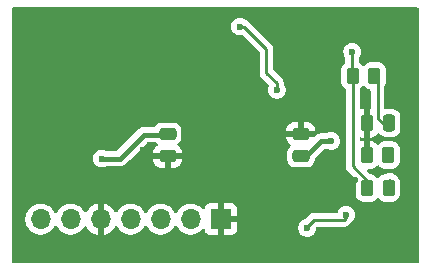
<source format=gbr>
%TF.GenerationSoftware,KiCad,Pcbnew,9.0.0*%
%TF.CreationDate,2025-04-24T23:16:58+03:00*%
%TF.ProjectId,Modular_Filter_kicad,4d6f6475-6c61-4725-9f46-696c7465725f,rev?*%
%TF.SameCoordinates,Original*%
%TF.FileFunction,Copper,L2,Bot*%
%TF.FilePolarity,Positive*%
%FSLAX46Y46*%
G04 Gerber Fmt 4.6, Leading zero omitted, Abs format (unit mm)*
G04 Created by KiCad (PCBNEW 9.0.0) date 2025-04-24 23:16:58*
%MOMM*%
%LPD*%
G01*
G04 APERTURE LIST*
G04 Aperture macros list*
%AMRoundRect*
0 Rectangle with rounded corners*
0 $1 Rounding radius*
0 $2 $3 $4 $5 $6 $7 $8 $9 X,Y pos of 4 corners*
0 Add a 4 corners polygon primitive as box body*
4,1,4,$2,$3,$4,$5,$6,$7,$8,$9,$2,$3,0*
0 Add four circle primitives for the rounded corners*
1,1,$1+$1,$2,$3*
1,1,$1+$1,$4,$5*
1,1,$1+$1,$6,$7*
1,1,$1+$1,$8,$9*
0 Add four rect primitives between the rounded corners*
20,1,$1+$1,$2,$3,$4,$5,0*
20,1,$1+$1,$4,$5,$6,$7,0*
20,1,$1+$1,$6,$7,$8,$9,0*
20,1,$1+$1,$8,$9,$2,$3,0*%
G04 Aperture macros list end*
%TA.AperFunction,ComponentPad*%
%ADD10R,1.700000X1.700000*%
%TD*%
%TA.AperFunction,ComponentPad*%
%ADD11O,1.700000X1.700000*%
%TD*%
%TA.AperFunction,SMDPad,CuDef*%
%ADD12RoundRect,0.250000X-0.262500X-0.450000X0.262500X-0.450000X0.262500X0.450000X-0.262500X0.450000X0*%
%TD*%
%TA.AperFunction,SMDPad,CuDef*%
%ADD13RoundRect,0.250000X0.475000X-0.250000X0.475000X0.250000X-0.475000X0.250000X-0.475000X-0.250000X0*%
%TD*%
%TA.AperFunction,SMDPad,CuDef*%
%ADD14RoundRect,0.250000X0.250000X0.475000X-0.250000X0.475000X-0.250000X-0.475000X0.250000X-0.475000X0*%
%TD*%
%TA.AperFunction,SMDPad,CuDef*%
%ADD15RoundRect,0.250000X-0.475000X0.250000X-0.475000X-0.250000X0.475000X-0.250000X0.475000X0.250000X0*%
%TD*%
%TA.AperFunction,SMDPad,CuDef*%
%ADD16RoundRect,0.250000X0.262500X0.450000X-0.262500X0.450000X-0.262500X-0.450000X0.262500X-0.450000X0*%
%TD*%
%TA.AperFunction,ViaPad*%
%ADD17C,0.600000*%
%TD*%
%TA.AperFunction,Conductor*%
%ADD18C,0.250000*%
%TD*%
%TA.AperFunction,Conductor*%
%ADD19C,0.400000*%
%TD*%
G04 APERTURE END LIST*
D10*
%TO.P,J1,1,Pin_1*%
%TO.N,AGND*%
X97078800Y-111760000D03*
D11*
%TO.P,J1,2,Pin_2*%
%TO.N,/E_OUT*%
X94538800Y-111760000D03*
%TO.P,J1,3,Pin_3*%
%TO.N,AVDD*%
X91998800Y-111760000D03*
%TO.P,J1,4,Pin_4*%
%TO.N,AVSS*%
X89458800Y-111760000D03*
%TO.P,J1,5,Pin_5*%
%TO.N,AGND*%
X86918800Y-111760000D03*
%TO.P,J1,6,Pin_6*%
%TO.N,/E+*%
X84378800Y-111760000D03*
%TO.P,J1,7,Pin_7*%
%TO.N,/E-*%
X81838800Y-111760000D03*
%TD*%
D12*
%TO.P,R17,1*%
%TO.N,/LP_1st_branch*%
X108256700Y-99618800D03*
%TO.P,R17,2*%
%TO.N,Net-(U4D-+)*%
X110081700Y-99618800D03*
%TD*%
D13*
%TO.P,C17,1*%
%TO.N,AGND*%
X92583000Y-106426000D03*
%TO.P,C17,2*%
%TO.N,AVSS*%
X92583000Y-104526000D03*
%TD*%
D14*
%TO.P,C11,1*%
%TO.N,Net-(U4D-+)*%
X111338400Y-103632000D03*
%TO.P,C11,2*%
%TO.N,AGND*%
X109438400Y-103632000D03*
%TD*%
D15*
%TO.P,C16,1*%
%TO.N,AGND*%
X103860600Y-104510800D03*
%TO.P,C16,2*%
%TO.N,AVDD*%
X103860600Y-106410800D03*
%TD*%
D16*
%TO.P,R14,1*%
%TO.N,Net-(U4C-+)*%
X111275500Y-106324400D03*
%TO.P,R14,2*%
%TO.N,AGND*%
X109450500Y-106324400D03*
%TD*%
%TO.P,R16,1*%
%TO.N,/HP_Out*%
X111300900Y-109118400D03*
%TO.P,R16,2*%
%TO.N,/LP_1st_branch*%
X109475900Y-109118400D03*
%TD*%
D17*
%TO.N,/First T*%
X98702500Y-95453200D03*
X101828600Y-100802400D03*
%TO.N,Net-(U4C-+)*%
X111252000Y-106401900D03*
%TO.N,Net-(U4D-+)*%
X111361000Y-103861900D03*
%TO.N,/E_OUT*%
X107696000Y-111379000D03*
X104394000Y-112496600D03*
%TO.N,AGND*%
X99949000Y-109008900D03*
X106997500Y-98386900D03*
X112496600Y-97297200D03*
X86807000Y-108915200D03*
X92521000Y-103327200D03*
X95681800Y-108087200D03*
X99771200Y-106092000D03*
X109450500Y-106324400D03*
X89154000Y-104571800D03*
X109194600Y-101117400D03*
X90474800Y-105892600D03*
X108448400Y-108407200D03*
X87881700Y-95021400D03*
X82362000Y-97226000D03*
%TO.N,AVDD*%
X106411000Y-105131900D03*
X104058800Y-106608800D03*
%TO.N,AVSS*%
X92521000Y-104597200D03*
X86995000Y-106624000D03*
%TO.N,/HP_Out*%
X111361000Y-108941900D03*
%TO.N,/LP_1st_branch*%
X108219200Y-97561400D03*
%TD*%
D18*
%TO.N,/First T*%
X100939600Y-99354600D02*
X100939600Y-97336600D01*
X100939600Y-97336600D02*
X99056200Y-95453200D01*
X101854000Y-100269000D02*
X101854000Y-100777000D01*
X101854000Y-100269000D02*
X100939600Y-99354600D01*
X99056200Y-95453200D02*
X98702500Y-95453200D01*
X101854000Y-100777000D02*
X101828600Y-100802400D01*
%TO.N,Net-(U4D-+)*%
X110081700Y-99618800D02*
X110357375Y-99894475D01*
X110357375Y-99894475D02*
X110357375Y-103192215D01*
X111027060Y-103861900D02*
X111361000Y-103861900D01*
X110357375Y-103192215D02*
X111027060Y-103861900D01*
X111338400Y-103784400D02*
X111150400Y-103784400D01*
%TO.N,/E_OUT*%
X105003600Y-111810800D02*
X107518200Y-111810800D01*
X104394000Y-112496600D02*
X104394000Y-112420400D01*
X104394000Y-112420400D02*
X105003600Y-111810800D01*
X107518200Y-111810800D02*
X107696000Y-111633000D01*
X107696000Y-111633000D02*
X107696000Y-111379000D01*
D19*
%TO.N,AGND*%
X109450500Y-106103500D02*
X109420300Y-106073300D01*
X109420300Y-103802500D02*
X109438400Y-103784400D01*
X99771200Y-106092000D02*
X99695000Y-106168200D01*
X109450500Y-106324400D02*
X109450500Y-106103500D01*
%TO.N,AVDD*%
X104089200Y-106603800D02*
X105561100Y-105131900D01*
X104058800Y-106608800D02*
X104089200Y-106608800D01*
X105561100Y-105131900D02*
X106411000Y-105131900D01*
X104058800Y-106608800D02*
X104063800Y-106603800D01*
X104160400Y-106680000D02*
X104160400Y-106537600D01*
X104063800Y-106603800D02*
X104089200Y-106603800D01*
X104089200Y-106608800D02*
X104160400Y-106680000D01*
%TO.N,AVSS*%
X90571200Y-104597200D02*
X92521000Y-104597200D01*
X87000200Y-106629200D02*
X88539200Y-106629200D01*
X86995000Y-106624000D02*
X87000200Y-106629200D01*
X88539200Y-106629200D02*
X90571200Y-104597200D01*
D18*
%TO.N,/HP_Out*%
X111395800Y-108405750D02*
X111361000Y-108440550D01*
X111361000Y-108440550D02*
X111361000Y-108941900D01*
%TO.N,/LP_1st_branch*%
X108254800Y-107289600D02*
X108254800Y-99620700D01*
X109475900Y-108510700D02*
X108254800Y-107289600D01*
X108219200Y-97561400D02*
X108219200Y-99581300D01*
X108219200Y-97536000D02*
X108219200Y-97561400D01*
X109475900Y-108966000D02*
X109475900Y-108510700D01*
X108254800Y-99620700D02*
X108256700Y-99618800D01*
X108219200Y-99581300D02*
X108256700Y-99618800D01*
%TD*%
%TA.AperFunction,Conductor*%
%TO.N,AGND*%
G36*
X113800339Y-93843785D02*
G01*
X113846094Y-93896589D01*
X113857300Y-93948100D01*
X113857300Y-115347900D01*
X113837615Y-115414939D01*
X113784811Y-115460694D01*
X113733300Y-115471900D01*
X79509900Y-115471900D01*
X79442861Y-115452215D01*
X79397106Y-115399411D01*
X79385900Y-115347900D01*
X79385900Y-111657648D01*
X80538300Y-111657648D01*
X80538300Y-111862351D01*
X80570322Y-112064534D01*
X80633581Y-112259223D01*
X80681181Y-112352641D01*
X80707062Y-112403436D01*
X80726515Y-112441613D01*
X80846828Y-112607213D01*
X80991586Y-112751971D01*
X81129385Y-112852086D01*
X81157190Y-112872287D01*
X81273407Y-112931503D01*
X81339576Y-112965218D01*
X81339578Y-112965218D01*
X81339581Y-112965220D01*
X81443937Y-112999127D01*
X81534265Y-113028477D01*
X81635357Y-113044488D01*
X81736448Y-113060500D01*
X81736449Y-113060500D01*
X81941151Y-113060500D01*
X81941152Y-113060500D01*
X82143334Y-113028477D01*
X82338019Y-112965220D01*
X82520410Y-112872287D01*
X82634051Y-112789723D01*
X82686013Y-112751971D01*
X82686015Y-112751968D01*
X82686019Y-112751966D01*
X82830766Y-112607219D01*
X82830768Y-112607215D01*
X82830771Y-112607213D01*
X82951084Y-112441614D01*
X82951086Y-112441611D01*
X82951087Y-112441610D01*
X82998316Y-112348917D01*
X83046289Y-112298123D01*
X83114110Y-112281328D01*
X83180245Y-112303865D01*
X83219283Y-112348917D01*
X83247063Y-112403437D01*
X83266515Y-112441614D01*
X83386828Y-112607213D01*
X83531586Y-112751971D01*
X83669385Y-112852086D01*
X83697190Y-112872287D01*
X83813407Y-112931503D01*
X83879576Y-112965218D01*
X83879578Y-112965218D01*
X83879581Y-112965220D01*
X83983937Y-112999127D01*
X84074265Y-113028477D01*
X84175357Y-113044488D01*
X84276448Y-113060500D01*
X84276449Y-113060500D01*
X84481151Y-113060500D01*
X84481152Y-113060500D01*
X84683334Y-113028477D01*
X84878019Y-112965220D01*
X85060410Y-112872287D01*
X85174051Y-112789723D01*
X85226013Y-112751971D01*
X85226015Y-112751968D01*
X85226019Y-112751966D01*
X85370766Y-112607219D01*
X85370768Y-112607215D01*
X85370771Y-112607213D01*
X85471839Y-112468103D01*
X85491087Y-112441610D01*
X85510537Y-112403436D01*
X85558511Y-112352641D01*
X85626331Y-112335845D01*
X85692467Y-112358382D01*
X85731507Y-112403436D01*
X85764179Y-112467557D01*
X85889072Y-112639459D01*
X85889076Y-112639464D01*
X86039335Y-112789723D01*
X86039340Y-112789727D01*
X86211242Y-112914620D01*
X86400582Y-113011095D01*
X86602671Y-113076757D01*
X86668800Y-113087231D01*
X86668800Y-112193012D01*
X86725807Y-112225925D01*
X86852974Y-112260000D01*
X86984626Y-112260000D01*
X87111793Y-112225925D01*
X87168800Y-112193012D01*
X87168800Y-113087230D01*
X87234926Y-113076757D01*
X87234929Y-113076757D01*
X87437017Y-113011095D01*
X87626357Y-112914620D01*
X87798259Y-112789727D01*
X87798264Y-112789723D01*
X87948523Y-112639464D01*
X87948527Y-112639459D01*
X88073422Y-112467555D01*
X88106092Y-112403437D01*
X88154066Y-112352641D01*
X88221887Y-112335845D01*
X88288022Y-112358382D01*
X88327061Y-112403435D01*
X88346513Y-112441611D01*
X88466828Y-112607213D01*
X88611586Y-112751971D01*
X88749385Y-112852086D01*
X88777190Y-112872287D01*
X88893407Y-112931503D01*
X88959576Y-112965218D01*
X88959578Y-112965218D01*
X88959581Y-112965220D01*
X89063937Y-112999127D01*
X89154265Y-113028477D01*
X89255357Y-113044488D01*
X89356448Y-113060500D01*
X89356449Y-113060500D01*
X89561151Y-113060500D01*
X89561152Y-113060500D01*
X89763334Y-113028477D01*
X89958019Y-112965220D01*
X90140410Y-112872287D01*
X90254051Y-112789723D01*
X90306013Y-112751971D01*
X90306015Y-112751968D01*
X90306019Y-112751966D01*
X90450766Y-112607219D01*
X90450768Y-112607215D01*
X90450771Y-112607213D01*
X90571084Y-112441614D01*
X90571086Y-112441611D01*
X90571087Y-112441610D01*
X90618316Y-112348917D01*
X90666289Y-112298123D01*
X90734110Y-112281328D01*
X90800245Y-112303865D01*
X90839283Y-112348917D01*
X90867063Y-112403437D01*
X90886515Y-112441614D01*
X91006828Y-112607213D01*
X91151586Y-112751971D01*
X91289385Y-112852086D01*
X91317190Y-112872287D01*
X91433407Y-112931503D01*
X91499576Y-112965218D01*
X91499578Y-112965218D01*
X91499581Y-112965220D01*
X91603937Y-112999127D01*
X91694265Y-113028477D01*
X91795357Y-113044488D01*
X91896448Y-113060500D01*
X91896449Y-113060500D01*
X92101151Y-113060500D01*
X92101152Y-113060500D01*
X92303334Y-113028477D01*
X92498019Y-112965220D01*
X92680410Y-112872287D01*
X92794051Y-112789723D01*
X92846013Y-112751971D01*
X92846015Y-112751968D01*
X92846019Y-112751966D01*
X92990766Y-112607219D01*
X92990768Y-112607215D01*
X92990771Y-112607213D01*
X93111084Y-112441614D01*
X93111086Y-112441611D01*
X93111087Y-112441610D01*
X93158316Y-112348917D01*
X93206289Y-112298123D01*
X93274110Y-112281328D01*
X93340245Y-112303865D01*
X93379283Y-112348917D01*
X93407063Y-112403437D01*
X93426515Y-112441614D01*
X93546828Y-112607213D01*
X93691586Y-112751971D01*
X93829385Y-112852086D01*
X93857190Y-112872287D01*
X93973407Y-112931503D01*
X94039576Y-112965218D01*
X94039578Y-112965218D01*
X94039581Y-112965220D01*
X94143937Y-112999127D01*
X94234265Y-113028477D01*
X94335357Y-113044488D01*
X94436448Y-113060500D01*
X94436449Y-113060500D01*
X94641151Y-113060500D01*
X94641152Y-113060500D01*
X94843334Y-113028477D01*
X95038019Y-112965220D01*
X95220410Y-112872287D01*
X95386019Y-112751966D01*
X95521400Y-112616584D01*
X95582719Y-112583102D01*
X95652411Y-112588086D01*
X95708345Y-112629957D01*
X95732367Y-112691011D01*
X95735201Y-112717373D01*
X95735203Y-112717379D01*
X95785445Y-112852086D01*
X95785449Y-112852093D01*
X95871609Y-112967187D01*
X95871612Y-112967190D01*
X95986706Y-113053350D01*
X95986713Y-113053354D01*
X96121420Y-113103596D01*
X96121427Y-113103598D01*
X96180955Y-113109999D01*
X96180972Y-113110000D01*
X96828800Y-113110000D01*
X96828800Y-112193012D01*
X96885807Y-112225925D01*
X97012974Y-112260000D01*
X97144626Y-112260000D01*
X97271793Y-112225925D01*
X97328800Y-112193012D01*
X97328800Y-113110000D01*
X97976628Y-113110000D01*
X97976644Y-113109999D01*
X98036172Y-113103598D01*
X98036179Y-113103596D01*
X98170886Y-113053354D01*
X98170893Y-113053350D01*
X98285987Y-112967190D01*
X98285990Y-112967187D01*
X98372150Y-112852093D01*
X98372154Y-112852086D01*
X98422396Y-112717379D01*
X98422398Y-112717372D01*
X98428799Y-112657844D01*
X98428800Y-112657827D01*
X98428800Y-112570520D01*
X103643499Y-112570520D01*
X103672340Y-112715507D01*
X103672343Y-112715517D01*
X103728912Y-112852088D01*
X103728919Y-112852101D01*
X103811048Y-112975015D01*
X103811051Y-112975019D01*
X103915580Y-113079548D01*
X103915584Y-113079551D01*
X104038498Y-113161680D01*
X104038511Y-113161687D01*
X104175082Y-113218256D01*
X104175087Y-113218258D01*
X104175091Y-113218258D01*
X104175092Y-113218259D01*
X104320079Y-113247100D01*
X104320082Y-113247100D01*
X104467920Y-113247100D01*
X104565462Y-113227696D01*
X104612913Y-113218258D01*
X104749495Y-113161684D01*
X104872416Y-113079551D01*
X104976951Y-112975016D01*
X105059084Y-112852095D01*
X105115658Y-112715513D01*
X105127133Y-112657827D01*
X105144500Y-112570520D01*
X105144500Y-112535142D01*
X105153144Y-112505701D01*
X105159668Y-112475715D01*
X105163422Y-112470699D01*
X105164185Y-112468103D01*
X105180819Y-112447461D01*
X105205661Y-112422619D01*
X105266984Y-112389134D01*
X105293342Y-112386300D01*
X107593964Y-112386300D01*
X107593966Y-112386300D01*
X107740335Y-112347081D01*
X107871565Y-112271315D01*
X108049363Y-112093515D01*
X108049365Y-112093515D01*
X108156515Y-111986365D01*
X108164721Y-111972150D01*
X108175051Y-111961357D01*
X108175786Y-111960934D01*
X108176952Y-111959414D01*
X108278951Y-111857416D01*
X108361084Y-111734495D01*
X108417658Y-111597913D01*
X108427096Y-111550462D01*
X108446500Y-111452920D01*
X108446500Y-111305079D01*
X108417659Y-111160092D01*
X108417658Y-111160091D01*
X108417658Y-111160087D01*
X108383818Y-111078390D01*
X108361087Y-111023511D01*
X108361080Y-111023498D01*
X108278951Y-110900584D01*
X108278948Y-110900580D01*
X108174419Y-110796051D01*
X108174415Y-110796048D01*
X108051501Y-110713919D01*
X108051488Y-110713912D01*
X107914917Y-110657343D01*
X107914907Y-110657340D01*
X107769920Y-110628500D01*
X107769918Y-110628500D01*
X107622082Y-110628500D01*
X107622080Y-110628500D01*
X107477092Y-110657340D01*
X107477082Y-110657343D01*
X107340511Y-110713912D01*
X107340498Y-110713919D01*
X107217584Y-110796048D01*
X107217580Y-110796051D01*
X107113051Y-110900580D01*
X107113048Y-110900584D01*
X107030919Y-111023498D01*
X107030912Y-111023511D01*
X106974895Y-111158752D01*
X106931054Y-111213156D01*
X106864760Y-111235221D01*
X106860334Y-111235300D01*
X104927834Y-111235300D01*
X104781463Y-111274519D01*
X104650235Y-111350285D01*
X104650232Y-111350287D01*
X104264712Y-111735806D01*
X104203389Y-111769291D01*
X104201225Y-111769742D01*
X104175089Y-111774941D01*
X104175084Y-111774942D01*
X104038511Y-111831512D01*
X104038498Y-111831519D01*
X103915584Y-111913648D01*
X103915580Y-111913651D01*
X103811051Y-112018180D01*
X103811048Y-112018184D01*
X103728919Y-112141098D01*
X103728912Y-112141111D01*
X103672343Y-112277682D01*
X103672340Y-112277692D01*
X103643500Y-112422679D01*
X103643500Y-112422682D01*
X103643500Y-112570518D01*
X103643500Y-112570520D01*
X103643499Y-112570520D01*
X98428800Y-112570520D01*
X98428800Y-112010000D01*
X97511812Y-112010000D01*
X97544725Y-111952993D01*
X97578800Y-111825826D01*
X97578800Y-111694174D01*
X97544725Y-111567007D01*
X97511812Y-111510000D01*
X98428800Y-111510000D01*
X98428800Y-110862172D01*
X98428799Y-110862155D01*
X98422398Y-110802627D01*
X98422396Y-110802620D01*
X98372154Y-110667913D01*
X98372150Y-110667906D01*
X98285990Y-110552812D01*
X98285987Y-110552809D01*
X98170893Y-110466649D01*
X98170886Y-110466645D01*
X98036179Y-110416403D01*
X98036172Y-110416401D01*
X97976644Y-110410000D01*
X97328800Y-110410000D01*
X97328800Y-111326988D01*
X97271793Y-111294075D01*
X97144626Y-111260000D01*
X97012974Y-111260000D01*
X96885807Y-111294075D01*
X96828800Y-111326988D01*
X96828800Y-110410000D01*
X96180955Y-110410000D01*
X96121427Y-110416401D01*
X96121420Y-110416403D01*
X95986713Y-110466645D01*
X95986706Y-110466649D01*
X95871612Y-110552809D01*
X95871609Y-110552812D01*
X95785449Y-110667906D01*
X95785445Y-110667913D01*
X95735203Y-110802620D01*
X95735201Y-110802626D01*
X95732367Y-110828988D01*
X95705628Y-110893539D01*
X95648235Y-110933386D01*
X95578410Y-110935879D01*
X95521397Y-110903412D01*
X95386013Y-110768028D01*
X95220413Y-110647715D01*
X95220412Y-110647714D01*
X95220410Y-110647713D01*
X95137325Y-110605379D01*
X95038023Y-110554781D01*
X94843334Y-110491522D01*
X94668795Y-110463878D01*
X94641152Y-110459500D01*
X94436448Y-110459500D01*
X94412129Y-110463351D01*
X94234265Y-110491522D01*
X94039576Y-110554781D01*
X93857186Y-110647715D01*
X93691586Y-110768028D01*
X93546828Y-110912786D01*
X93426515Y-111078386D01*
X93379285Y-111171080D01*
X93331310Y-111221876D01*
X93263489Y-111238671D01*
X93197354Y-111216134D01*
X93158315Y-111171080D01*
X93152711Y-111160082D01*
X93111087Y-111078390D01*
X93092235Y-111052442D01*
X92990771Y-110912786D01*
X92846013Y-110768028D01*
X92680413Y-110647715D01*
X92680412Y-110647714D01*
X92680410Y-110647713D01*
X92597325Y-110605379D01*
X92498023Y-110554781D01*
X92303334Y-110491522D01*
X92128795Y-110463878D01*
X92101152Y-110459500D01*
X91896448Y-110459500D01*
X91872129Y-110463351D01*
X91694265Y-110491522D01*
X91499576Y-110554781D01*
X91317186Y-110647715D01*
X91151586Y-110768028D01*
X91006828Y-110912786D01*
X90886515Y-111078386D01*
X90839285Y-111171080D01*
X90791310Y-111221876D01*
X90723489Y-111238671D01*
X90657354Y-111216134D01*
X90618315Y-111171080D01*
X90612711Y-111160082D01*
X90571087Y-111078390D01*
X90552235Y-111052442D01*
X90450771Y-110912786D01*
X90306013Y-110768028D01*
X90140413Y-110647715D01*
X90140412Y-110647714D01*
X90140410Y-110647713D01*
X90057325Y-110605379D01*
X89958023Y-110554781D01*
X89763334Y-110491522D01*
X89588795Y-110463878D01*
X89561152Y-110459500D01*
X89356448Y-110459500D01*
X89332129Y-110463351D01*
X89154265Y-110491522D01*
X88959576Y-110554781D01*
X88777186Y-110647715D01*
X88611586Y-110768028D01*
X88466828Y-110912786D01*
X88346514Y-111078386D01*
X88327061Y-111116565D01*
X88279085Y-111167360D01*
X88211264Y-111184154D01*
X88145130Y-111161615D01*
X88106092Y-111116563D01*
X88073420Y-111052442D01*
X87948527Y-110880540D01*
X87948523Y-110880535D01*
X87798264Y-110730276D01*
X87798259Y-110730272D01*
X87626357Y-110605379D01*
X87437015Y-110508903D01*
X87234924Y-110443241D01*
X87168800Y-110432768D01*
X87168800Y-111326988D01*
X87111793Y-111294075D01*
X86984626Y-111260000D01*
X86852974Y-111260000D01*
X86725807Y-111294075D01*
X86668800Y-111326988D01*
X86668800Y-110432768D01*
X86668799Y-110432768D01*
X86602675Y-110443241D01*
X86400584Y-110508903D01*
X86211242Y-110605379D01*
X86039340Y-110730272D01*
X86039335Y-110730276D01*
X85889076Y-110880535D01*
X85889072Y-110880540D01*
X85764177Y-111052444D01*
X85731506Y-111116564D01*
X85683531Y-111167359D01*
X85615710Y-111184154D01*
X85549575Y-111161616D01*
X85510537Y-111116563D01*
X85491084Y-111078385D01*
X85370771Y-110912786D01*
X85226013Y-110768028D01*
X85060413Y-110647715D01*
X85060412Y-110647714D01*
X85060410Y-110647713D01*
X84977325Y-110605379D01*
X84878023Y-110554781D01*
X84683334Y-110491522D01*
X84508795Y-110463878D01*
X84481152Y-110459500D01*
X84276448Y-110459500D01*
X84252129Y-110463351D01*
X84074265Y-110491522D01*
X83879576Y-110554781D01*
X83697186Y-110647715D01*
X83531586Y-110768028D01*
X83386828Y-110912786D01*
X83266515Y-111078386D01*
X83219285Y-111171080D01*
X83171310Y-111221876D01*
X83103489Y-111238671D01*
X83037354Y-111216134D01*
X82998315Y-111171080D01*
X82992711Y-111160082D01*
X82951087Y-111078390D01*
X82932235Y-111052442D01*
X82830771Y-110912786D01*
X82686013Y-110768028D01*
X82520413Y-110647715D01*
X82520412Y-110647714D01*
X82520410Y-110647713D01*
X82437325Y-110605379D01*
X82338023Y-110554781D01*
X82143334Y-110491522D01*
X81968795Y-110463878D01*
X81941152Y-110459500D01*
X81736448Y-110459500D01*
X81712129Y-110463351D01*
X81534265Y-110491522D01*
X81339576Y-110554781D01*
X81157186Y-110647715D01*
X80991586Y-110768028D01*
X80846828Y-110912786D01*
X80726515Y-111078386D01*
X80633581Y-111260776D01*
X80570322Y-111455465D01*
X80538300Y-111657648D01*
X79385900Y-111657648D01*
X79385900Y-106697920D01*
X86244499Y-106697920D01*
X86273340Y-106842907D01*
X86273343Y-106842917D01*
X86329912Y-106979488D01*
X86329919Y-106979501D01*
X86412048Y-107102415D01*
X86412051Y-107102419D01*
X86516580Y-107206948D01*
X86516584Y-107206951D01*
X86639498Y-107289080D01*
X86639511Y-107289087D01*
X86737976Y-107329872D01*
X86776087Y-107345658D01*
X86776091Y-107345658D01*
X86776092Y-107345659D01*
X86921079Y-107374500D01*
X86921082Y-107374500D01*
X87068920Y-107374500D01*
X87167522Y-107354886D01*
X87213913Y-107345658D01*
X87257218Y-107327720D01*
X87350364Y-107289139D01*
X87397816Y-107279700D01*
X88603271Y-107279700D01*
X88687815Y-107262882D01*
X88728944Y-107254701D01*
X88847327Y-107205665D01*
X88877840Y-107185277D01*
X88953869Y-107134477D01*
X89245439Y-106842907D01*
X89362360Y-106725986D01*
X91358001Y-106725986D01*
X91368494Y-106828697D01*
X91423641Y-106995119D01*
X91423643Y-106995124D01*
X91515684Y-107144345D01*
X91639654Y-107268315D01*
X91788875Y-107360356D01*
X91788880Y-107360358D01*
X91955302Y-107415505D01*
X91955309Y-107415506D01*
X92058019Y-107425999D01*
X92332999Y-107425999D01*
X92833000Y-107425999D01*
X93107972Y-107425999D01*
X93107986Y-107425998D01*
X93210697Y-107415505D01*
X93377119Y-107360358D01*
X93377124Y-107360356D01*
X93526345Y-107268315D01*
X93650315Y-107144345D01*
X93742356Y-106995124D01*
X93742358Y-106995119D01*
X93797505Y-106828697D01*
X93797506Y-106828690D01*
X93807999Y-106725986D01*
X93808000Y-106725973D01*
X93808000Y-106676000D01*
X92833000Y-106676000D01*
X92833000Y-107425999D01*
X92332999Y-107425999D01*
X92333000Y-107425998D01*
X92333000Y-106676000D01*
X91358001Y-106676000D01*
X91358001Y-106725986D01*
X89362360Y-106725986D01*
X89551390Y-106536957D01*
X90804327Y-105284019D01*
X90865650Y-105250534D01*
X90892008Y-105247700D01*
X91537681Y-105247700D01*
X91563106Y-105255165D01*
X91589336Y-105258971D01*
X91599037Y-105265716D01*
X91604720Y-105267385D01*
X91619003Y-105278090D01*
X91622278Y-105280935D01*
X91672815Y-105331472D01*
X91697924Y-105346651D01*
X91705968Y-105353639D01*
X91719299Y-105374440D01*
X91735983Y-105392659D01*
X91737819Y-105403340D01*
X91743667Y-105412465D01*
X91743635Y-105437170D01*
X91747822Y-105461518D01*
X91743592Y-105471495D01*
X91743579Y-105482335D01*
X91730194Y-105503103D01*
X91720554Y-105525847D01*
X91709060Y-105535896D01*
X91705730Y-105541065D01*
X91700348Y-105543514D01*
X91689745Y-105552786D01*
X91639658Y-105583680D01*
X91515684Y-105707654D01*
X91423643Y-105856875D01*
X91423641Y-105856880D01*
X91368494Y-106023302D01*
X91368493Y-106023309D01*
X91358000Y-106126013D01*
X91358000Y-106176000D01*
X93807999Y-106176000D01*
X93807999Y-106126028D01*
X93807998Y-106126013D01*
X93797505Y-106023302D01*
X93742358Y-105856880D01*
X93742356Y-105856875D01*
X93650315Y-105707654D01*
X93526343Y-105583682D01*
X93476255Y-105552787D01*
X93429531Y-105500838D01*
X93418310Y-105431876D01*
X93446154Y-105367794D01*
X93477199Y-105341135D01*
X93493185Y-105331472D01*
X93613472Y-105211185D01*
X93701478Y-105065606D01*
X93752086Y-104903196D01*
X93758500Y-104832616D01*
X93758500Y-104760800D01*
X102635601Y-104760800D01*
X102635601Y-104810786D01*
X102646094Y-104913497D01*
X102701241Y-105079919D01*
X102701243Y-105079924D01*
X102793284Y-105229145D01*
X102917256Y-105353117D01*
X102967344Y-105384012D01*
X103014068Y-105435960D01*
X103025289Y-105504923D01*
X102997446Y-105569005D01*
X102966398Y-105595665D01*
X102950417Y-105605326D01*
X102950410Y-105605331D01*
X102830130Y-105725611D01*
X102742122Y-105871193D01*
X102691513Y-106033607D01*
X102685100Y-106104186D01*
X102685100Y-106717413D01*
X102691513Y-106787992D01*
X102691513Y-106787994D01*
X102691514Y-106787996D01*
X102742122Y-106950406D01*
X102803066Y-107051220D01*
X102830130Y-107095988D01*
X102950411Y-107216269D01*
X102950413Y-107216270D01*
X102950415Y-107216272D01*
X103095994Y-107304278D01*
X103258404Y-107354886D01*
X103328984Y-107361300D01*
X103328987Y-107361300D01*
X104392213Y-107361300D01*
X104392216Y-107361300D01*
X104462796Y-107354886D01*
X104625206Y-107304278D01*
X104770785Y-107216272D01*
X104891072Y-107095985D01*
X104979078Y-106950406D01*
X105029686Y-106787996D01*
X105036100Y-106717416D01*
X105036100Y-106628208D01*
X105055785Y-106561169D01*
X105072419Y-106540527D01*
X105794227Y-105818719D01*
X105821154Y-105804015D01*
X105846973Y-105787423D01*
X105853173Y-105786531D01*
X105855550Y-105785234D01*
X105881908Y-105782400D01*
X105997160Y-105782400D01*
X106049520Y-105795514D01*
X106049878Y-105794653D01*
X106055504Y-105796983D01*
X106055505Y-105796984D01*
X106192087Y-105853558D01*
X106192091Y-105853558D01*
X106192092Y-105853559D01*
X106337079Y-105882400D01*
X106337082Y-105882400D01*
X106484920Y-105882400D01*
X106582462Y-105862996D01*
X106629913Y-105853558D01*
X106766495Y-105796984D01*
X106889416Y-105714851D01*
X106993951Y-105610316D01*
X107076084Y-105487395D01*
X107132658Y-105350813D01*
X107142096Y-105303362D01*
X107161500Y-105205820D01*
X107161500Y-105057979D01*
X107132659Y-104912992D01*
X107132658Y-104912991D01*
X107132658Y-104912987D01*
X107132656Y-104912982D01*
X107076087Y-104776411D01*
X107076080Y-104776398D01*
X106993951Y-104653484D01*
X106993948Y-104653480D01*
X106889419Y-104548951D01*
X106889415Y-104548948D01*
X106766501Y-104466819D01*
X106766488Y-104466812D01*
X106629917Y-104410243D01*
X106629907Y-104410240D01*
X106484920Y-104381400D01*
X106484918Y-104381400D01*
X106337082Y-104381400D01*
X106337080Y-104381400D01*
X106192092Y-104410240D01*
X106192086Y-104410242D01*
X106049878Y-104469147D01*
X106049520Y-104468285D01*
X105997160Y-104481400D01*
X105497029Y-104481400D01*
X105371361Y-104506397D01*
X105371355Y-104506399D01*
X105252974Y-104555434D01*
X105146428Y-104626625D01*
X105119574Y-104653480D01*
X105048571Y-104724482D01*
X104987251Y-104757966D01*
X104960892Y-104760800D01*
X102635601Y-104760800D01*
X93758500Y-104760800D01*
X93758500Y-104219384D01*
X93757721Y-104210813D01*
X102635600Y-104210813D01*
X102635600Y-104260800D01*
X103610600Y-104260800D01*
X104110600Y-104260800D01*
X105085599Y-104260800D01*
X105085599Y-104210828D01*
X105085598Y-104210813D01*
X105075105Y-104108102D01*
X105019958Y-103941680D01*
X105019956Y-103941675D01*
X104927915Y-103792454D01*
X104803945Y-103668484D01*
X104654724Y-103576443D01*
X104654719Y-103576441D01*
X104488297Y-103521294D01*
X104488290Y-103521293D01*
X104385586Y-103510800D01*
X104110600Y-103510800D01*
X104110600Y-104260800D01*
X103610600Y-104260800D01*
X103610600Y-103510800D01*
X103335629Y-103510800D01*
X103335612Y-103510801D01*
X103232902Y-103521294D01*
X103066480Y-103576441D01*
X103066475Y-103576443D01*
X102917254Y-103668484D01*
X102793284Y-103792454D01*
X102701243Y-103941675D01*
X102701241Y-103941680D01*
X102646094Y-104108102D01*
X102646093Y-104108109D01*
X102635600Y-104210813D01*
X93757721Y-104210813D01*
X93752086Y-104148804D01*
X93701478Y-103986394D01*
X93613472Y-103840815D01*
X93613470Y-103840813D01*
X93613469Y-103840811D01*
X93493188Y-103720530D01*
X93347606Y-103632522D01*
X93185196Y-103581914D01*
X93185194Y-103581913D01*
X93185192Y-103581913D01*
X93135778Y-103577423D01*
X93114616Y-103575500D01*
X92051384Y-103575500D01*
X92032145Y-103577248D01*
X91980807Y-103581913D01*
X91818393Y-103632522D01*
X91672811Y-103720530D01*
X91552531Y-103840810D01*
X91552528Y-103840814D01*
X91524698Y-103886851D01*
X91473170Y-103934038D01*
X91418582Y-103946700D01*
X90507129Y-103946700D01*
X90381461Y-103971697D01*
X90381455Y-103971699D01*
X90263074Y-104020734D01*
X90156526Y-104091926D01*
X90156525Y-104091927D01*
X88306073Y-105942381D01*
X88244750Y-105975866D01*
X88218392Y-105978700D01*
X87417719Y-105978700D01*
X87356441Y-105960706D01*
X87355865Y-105961786D01*
X87350682Y-105959015D01*
X87350680Y-105959015D01*
X87350675Y-105959012D01*
X87350493Y-105958914D01*
X87213917Y-105902343D01*
X87213907Y-105902340D01*
X87068920Y-105873500D01*
X87068918Y-105873500D01*
X86921082Y-105873500D01*
X86921080Y-105873500D01*
X86776092Y-105902340D01*
X86776082Y-105902343D01*
X86639511Y-105958912D01*
X86639498Y-105958919D01*
X86516584Y-106041048D01*
X86516580Y-106041051D01*
X86412051Y-106145580D01*
X86412048Y-106145584D01*
X86329919Y-106268498D01*
X86329912Y-106268511D01*
X86273343Y-106405082D01*
X86273340Y-106405092D01*
X86244500Y-106550079D01*
X86244500Y-106550082D01*
X86244500Y-106697918D01*
X86244500Y-106697920D01*
X86244499Y-106697920D01*
X79385900Y-106697920D01*
X79385900Y-95527120D01*
X97951999Y-95527120D01*
X97980840Y-95672107D01*
X97980843Y-95672117D01*
X98037412Y-95808688D01*
X98037419Y-95808701D01*
X98119548Y-95931615D01*
X98119551Y-95931619D01*
X98224080Y-96036148D01*
X98224084Y-96036151D01*
X98346998Y-96118280D01*
X98347011Y-96118287D01*
X98453489Y-96162391D01*
X98483587Y-96174858D01*
X98483591Y-96174858D01*
X98483592Y-96174859D01*
X98628579Y-96203700D01*
X98628582Y-96203700D01*
X98776420Y-96203700D01*
X98891910Y-96180727D01*
X98961502Y-96186954D01*
X99003783Y-96214663D01*
X100327781Y-97538661D01*
X100361266Y-97599984D01*
X100364100Y-97626342D01*
X100364100Y-99430365D01*
X100403319Y-99576736D01*
X100441202Y-99642350D01*
X100479085Y-99707965D01*
X100479087Y-99707967D01*
X101120894Y-100349774D01*
X101154379Y-100411097D01*
X101149395Y-100480789D01*
X101147774Y-100484907D01*
X101106943Y-100583482D01*
X101106940Y-100583492D01*
X101078100Y-100728479D01*
X101078100Y-100728482D01*
X101078100Y-100876318D01*
X101078100Y-100876320D01*
X101078099Y-100876320D01*
X101106940Y-101021307D01*
X101106943Y-101021317D01*
X101163512Y-101157888D01*
X101163519Y-101157901D01*
X101245648Y-101280815D01*
X101245651Y-101280819D01*
X101350180Y-101385348D01*
X101350184Y-101385351D01*
X101473098Y-101467480D01*
X101473111Y-101467487D01*
X101609682Y-101524056D01*
X101609687Y-101524058D01*
X101609691Y-101524058D01*
X101609692Y-101524059D01*
X101754679Y-101552900D01*
X101754682Y-101552900D01*
X101902520Y-101552900D01*
X102000062Y-101533496D01*
X102047513Y-101524058D01*
X102184095Y-101467484D01*
X102307016Y-101385351D01*
X102411551Y-101280816D01*
X102493684Y-101157895D01*
X102550258Y-101021313D01*
X102579100Y-100876318D01*
X102579100Y-100728482D01*
X102579100Y-100728479D01*
X102550259Y-100583492D01*
X102550258Y-100583491D01*
X102550258Y-100583487D01*
X102517329Y-100503988D01*
X102493685Y-100446906D01*
X102493684Y-100446904D01*
X102450397Y-100382119D01*
X102429520Y-100315442D01*
X102429500Y-100313230D01*
X102429500Y-100193236D01*
X102429500Y-100193234D01*
X102390281Y-100046865D01*
X102314515Y-99915635D01*
X102207365Y-99808485D01*
X101551419Y-99152539D01*
X101529385Y-99112186D01*
X107293700Y-99112186D01*
X107293700Y-100125413D01*
X107300113Y-100195992D01*
X107300113Y-100195994D01*
X107300114Y-100195996D01*
X107350722Y-100358406D01*
X107424705Y-100480789D01*
X107438730Y-100503988D01*
X107559011Y-100624269D01*
X107559013Y-100624270D01*
X107559015Y-100624272D01*
X107619450Y-100660806D01*
X107666638Y-100712334D01*
X107679300Y-100766923D01*
X107679300Y-107213834D01*
X107679300Y-107365366D01*
X107692735Y-107415505D01*
X107718519Y-107511736D01*
X107726013Y-107524715D01*
X107794285Y-107642965D01*
X107794287Y-107642967D01*
X108507459Y-108356139D01*
X108540944Y-108417462D01*
X108538164Y-108480709D01*
X108519314Y-108541200D01*
X108519314Y-108541203D01*
X108512900Y-108611786D01*
X108512900Y-109625013D01*
X108519313Y-109695592D01*
X108569922Y-109858006D01*
X108657930Y-110003588D01*
X108778211Y-110123869D01*
X108778213Y-110123870D01*
X108778215Y-110123872D01*
X108923794Y-110211878D01*
X109086204Y-110262486D01*
X109156784Y-110268900D01*
X109156787Y-110268900D01*
X109795013Y-110268900D01*
X109795016Y-110268900D01*
X109865596Y-110262486D01*
X110028006Y-110211878D01*
X110173585Y-110123872D01*
X110173589Y-110123868D01*
X110299176Y-109998282D01*
X110301068Y-110000174D01*
X110347615Y-109966892D01*
X110417398Y-109963431D01*
X110477976Y-109998248D01*
X110480480Y-110001138D01*
X110603211Y-110123869D01*
X110603213Y-110123870D01*
X110603215Y-110123872D01*
X110748794Y-110211878D01*
X110911204Y-110262486D01*
X110981784Y-110268900D01*
X110981787Y-110268900D01*
X111620013Y-110268900D01*
X111620016Y-110268900D01*
X111690596Y-110262486D01*
X111853006Y-110211878D01*
X111998585Y-110123872D01*
X112118872Y-110003585D01*
X112206878Y-109858006D01*
X112257486Y-109695596D01*
X112263900Y-109625016D01*
X112263900Y-108611784D01*
X112257486Y-108541204D01*
X112206878Y-108378794D01*
X112118872Y-108233215D01*
X112118870Y-108233213D01*
X112118869Y-108233211D01*
X111998588Y-108112930D01*
X111853003Y-108024920D01*
X111847096Y-108023080D01*
X111796307Y-107992376D01*
X111749167Y-107945236D01*
X111749162Y-107945232D01*
X111617937Y-107869470D01*
X111617936Y-107869469D01*
X111617935Y-107869469D01*
X111471567Y-107830250D01*
X111320034Y-107830250D01*
X111173663Y-107869469D01*
X111082228Y-107922260D01*
X111042435Y-107945235D01*
X111042433Y-107945236D01*
X111035397Y-107949299D01*
X111034223Y-107947266D01*
X110981308Y-107967943D01*
X110940259Y-107971673D01*
X110911204Y-107974314D01*
X110802930Y-108008052D01*
X110748793Y-108024922D01*
X110603211Y-108112930D01*
X110603210Y-108112931D01*
X110477624Y-108238518D01*
X110475734Y-108236628D01*
X110429157Y-108269917D01*
X110359372Y-108273360D01*
X110298803Y-108238529D01*
X110296312Y-108235654D01*
X110173588Y-108112930D01*
X110028006Y-108024922D01*
X109923560Y-107992376D01*
X109865596Y-107974314D01*
X109865594Y-107974313D01*
X109865592Y-107974313D01*
X109810690Y-107969324D01*
X109795016Y-107967900D01*
X109795014Y-107967900D01*
X109792727Y-107967796D01*
X109792316Y-107967654D01*
X109792218Y-107967646D01*
X109792220Y-107967621D01*
X109726652Y-107945083D01*
X109710684Y-107931605D01*
X109515160Y-107736080D01*
X109481675Y-107674757D01*
X109486659Y-107605065D01*
X109528531Y-107549132D01*
X109593995Y-107524715D01*
X109602841Y-107524399D01*
X109762972Y-107524399D01*
X109762986Y-107524398D01*
X109865697Y-107513905D01*
X110032119Y-107458758D01*
X110032124Y-107458756D01*
X110181342Y-107366717D01*
X110310319Y-107237740D01*
X110371642Y-107204255D01*
X110441334Y-107209239D01*
X110485682Y-107237740D01*
X110577811Y-107329869D01*
X110577813Y-107329870D01*
X110577815Y-107329872D01*
X110723394Y-107417878D01*
X110885804Y-107468486D01*
X110956384Y-107474900D01*
X110956387Y-107474900D01*
X111594613Y-107474900D01*
X111594616Y-107474900D01*
X111665196Y-107468486D01*
X111827606Y-107417878D01*
X111973185Y-107329872D01*
X112093472Y-107209585D01*
X112181478Y-107064006D01*
X112232086Y-106901596D01*
X112238500Y-106831016D01*
X112238500Y-105817784D01*
X112232086Y-105747204D01*
X112181478Y-105584794D01*
X112093472Y-105439215D01*
X112093470Y-105439213D01*
X112093469Y-105439211D01*
X111973188Y-105318930D01*
X111827606Y-105230922D01*
X111747049Y-105205820D01*
X111665196Y-105180314D01*
X111665194Y-105180313D01*
X111665192Y-105180313D01*
X111615778Y-105175823D01*
X111594616Y-105173900D01*
X110956384Y-105173900D01*
X110937145Y-105175648D01*
X110885807Y-105180313D01*
X110723393Y-105230922D01*
X110577813Y-105318929D01*
X110485682Y-105411060D01*
X110424358Y-105444544D01*
X110354667Y-105439560D01*
X110310320Y-105411059D01*
X110181345Y-105282084D01*
X110032124Y-105190043D01*
X110032119Y-105190041D01*
X109865697Y-105134894D01*
X109865690Y-105134893D01*
X109762986Y-105124400D01*
X109700500Y-105124400D01*
X109700500Y-106200400D01*
X109680815Y-106267439D01*
X109628011Y-106313194D01*
X109576500Y-106324400D01*
X109324500Y-106324400D01*
X109257461Y-106304715D01*
X109211706Y-106251911D01*
X109200500Y-106200400D01*
X109200500Y-105124400D01*
X109200499Y-105124399D01*
X109138028Y-105124400D01*
X109138011Y-105124401D01*
X109035302Y-105134894D01*
X108993304Y-105148811D01*
X108964839Y-105149790D01*
X108936653Y-105153843D01*
X108930374Y-105150975D01*
X108923475Y-105151213D01*
X108898999Y-105136647D01*
X108873097Y-105124818D01*
X108869365Y-105119011D01*
X108863433Y-105115481D01*
X108850718Y-105089995D01*
X108835323Y-105066040D01*
X108833928Y-105056342D01*
X108832241Y-105052960D01*
X108830300Y-105031105D01*
X108830300Y-104950161D01*
X108849985Y-104883122D01*
X108902789Y-104837367D01*
X108971947Y-104827423D01*
X108993305Y-104832456D01*
X109035697Y-104846503D01*
X109035709Y-104846506D01*
X109138419Y-104856999D01*
X109188399Y-104856998D01*
X109188400Y-104856998D01*
X109188400Y-102407000D01*
X109188399Y-102406999D01*
X109138429Y-102407000D01*
X109138411Y-102407001D01*
X109035699Y-102417494D01*
X108993302Y-102431543D01*
X108923474Y-102433944D01*
X108863433Y-102398212D01*
X108832241Y-102335691D01*
X108830300Y-102313837D01*
X108830300Y-100769220D01*
X108849985Y-100702181D01*
X108890151Y-100663103D01*
X108954383Y-100624274D01*
X108954386Y-100624271D01*
X109079976Y-100498682D01*
X109081868Y-100500574D01*
X109128415Y-100467292D01*
X109198198Y-100463831D01*
X109258776Y-100498648D01*
X109261280Y-100501538D01*
X109384011Y-100624269D01*
X109384013Y-100624270D01*
X109384015Y-100624272D01*
X109529594Y-100712278D01*
X109692004Y-100762886D01*
X109692008Y-100762886D01*
X109694764Y-100763745D01*
X109752912Y-100802482D01*
X109780887Y-100866507D01*
X109781875Y-100882131D01*
X109781875Y-102283000D01*
X109762190Y-102350039D01*
X109709386Y-102395794D01*
X109696886Y-102398513D01*
X109688400Y-102407000D01*
X109688400Y-104856999D01*
X109738372Y-104856999D01*
X109738386Y-104856998D01*
X109841097Y-104846505D01*
X110007519Y-104791358D01*
X110007524Y-104791356D01*
X110156745Y-104699315D01*
X110280715Y-104575345D01*
X110311611Y-104525256D01*
X110363559Y-104478532D01*
X110432522Y-104467309D01*
X110496604Y-104495153D01*
X110523265Y-104526201D01*
X110532928Y-104542185D01*
X110532930Y-104542188D01*
X110653211Y-104662469D01*
X110653213Y-104662470D01*
X110653215Y-104662472D01*
X110798794Y-104750478D01*
X110961204Y-104801086D01*
X111031784Y-104807500D01*
X111031787Y-104807500D01*
X111645013Y-104807500D01*
X111645016Y-104807500D01*
X111715596Y-104801086D01*
X111878006Y-104750478D01*
X112023585Y-104662472D01*
X112143872Y-104542185D01*
X112231878Y-104396606D01*
X112282486Y-104234196D01*
X112288900Y-104163616D01*
X112288900Y-103100384D01*
X112282486Y-103029804D01*
X112231878Y-102867394D01*
X112143872Y-102721815D01*
X112143870Y-102721813D01*
X112143869Y-102721811D01*
X112023588Y-102601530D01*
X111878006Y-102513522D01*
X111743923Y-102471741D01*
X111715596Y-102462914D01*
X111715594Y-102462913D01*
X111715592Y-102462913D01*
X111666178Y-102458423D01*
X111645016Y-102456500D01*
X111056875Y-102456500D01*
X110989836Y-102436815D01*
X110944081Y-102384011D01*
X110932875Y-102332500D01*
X110932875Y-100483627D01*
X110950759Y-100419476D01*
X110953931Y-100414229D01*
X110987678Y-100358406D01*
X111038286Y-100195996D01*
X111044700Y-100125416D01*
X111044700Y-99112184D01*
X111038286Y-99041604D01*
X110987678Y-98879194D01*
X110899672Y-98733615D01*
X110899670Y-98733613D01*
X110899669Y-98733611D01*
X110779388Y-98613330D01*
X110694698Y-98562133D01*
X110633806Y-98525322D01*
X110471396Y-98474714D01*
X110471394Y-98474713D01*
X110471392Y-98474713D01*
X110421978Y-98470223D01*
X110400816Y-98468300D01*
X109762584Y-98468300D01*
X109743345Y-98470048D01*
X109692007Y-98474713D01*
X109529593Y-98525322D01*
X109384011Y-98613330D01*
X109384010Y-98613331D01*
X109258424Y-98738918D01*
X109256534Y-98737028D01*
X109209957Y-98770317D01*
X109140172Y-98773760D01*
X109079603Y-98738929D01*
X109077112Y-98736054D01*
X108954389Y-98613331D01*
X108954385Y-98613328D01*
X108854549Y-98552974D01*
X108807362Y-98501446D01*
X108794700Y-98446858D01*
X108794700Y-98088582D01*
X108814385Y-98021543D01*
X108815598Y-98019691D01*
X108884280Y-97916901D01*
X108884280Y-97916900D01*
X108884284Y-97916895D01*
X108940858Y-97780313D01*
X108969700Y-97635318D01*
X108969700Y-97487482D01*
X108969700Y-97487479D01*
X108940859Y-97342492D01*
X108940858Y-97342491D01*
X108940858Y-97342487D01*
X108907037Y-97260836D01*
X108884287Y-97205911D01*
X108884280Y-97205898D01*
X108802151Y-97082984D01*
X108802148Y-97082980D01*
X108697619Y-96978451D01*
X108697615Y-96978448D01*
X108574701Y-96896319D01*
X108574688Y-96896312D01*
X108438117Y-96839743D01*
X108438107Y-96839740D01*
X108293120Y-96810900D01*
X108293118Y-96810900D01*
X108145282Y-96810900D01*
X108145280Y-96810900D01*
X108000292Y-96839740D01*
X108000282Y-96839743D01*
X107863711Y-96896312D01*
X107863698Y-96896319D01*
X107740784Y-96978448D01*
X107740780Y-96978451D01*
X107636251Y-97082980D01*
X107636248Y-97082984D01*
X107554119Y-97205898D01*
X107554112Y-97205911D01*
X107497543Y-97342482D01*
X107497540Y-97342492D01*
X107468700Y-97487479D01*
X107468700Y-97487482D01*
X107468700Y-97635318D01*
X107468700Y-97635320D01*
X107468699Y-97635320D01*
X107497540Y-97780307D01*
X107497543Y-97780317D01*
X107554112Y-97916888D01*
X107554119Y-97916901D01*
X107622802Y-98019691D01*
X107643680Y-98086368D01*
X107643700Y-98088582D01*
X107643700Y-98492197D01*
X107624015Y-98559236D01*
X107583852Y-98598313D01*
X107559013Y-98613329D01*
X107559011Y-98613330D01*
X107438730Y-98733611D01*
X107350722Y-98879193D01*
X107300113Y-99041607D01*
X107293700Y-99112186D01*
X101529385Y-99112186D01*
X101517934Y-99091216D01*
X101515100Y-99064858D01*
X101515100Y-97260836D01*
X101515100Y-97260834D01*
X101475881Y-97114465D01*
X101400115Y-96983235D01*
X101292965Y-96876085D01*
X99409565Y-94992685D01*
X99278335Y-94916919D01*
X99278334Y-94916918D01*
X99278333Y-94916918D01*
X99241101Y-94906941D01*
X99185516Y-94874848D01*
X99180919Y-94870251D01*
X99180915Y-94870248D01*
X99058001Y-94788119D01*
X99057988Y-94788112D01*
X98921417Y-94731543D01*
X98921407Y-94731540D01*
X98776420Y-94702700D01*
X98776418Y-94702700D01*
X98628582Y-94702700D01*
X98628580Y-94702700D01*
X98483592Y-94731540D01*
X98483582Y-94731543D01*
X98347011Y-94788112D01*
X98346998Y-94788119D01*
X98224084Y-94870248D01*
X98224080Y-94870251D01*
X98119551Y-94974780D01*
X98119548Y-94974784D01*
X98037419Y-95097698D01*
X98037412Y-95097711D01*
X97980843Y-95234282D01*
X97980840Y-95234292D01*
X97952000Y-95379279D01*
X97952000Y-95379282D01*
X97952000Y-95527118D01*
X97952000Y-95527120D01*
X97951999Y-95527120D01*
X79385900Y-95527120D01*
X79385900Y-93948100D01*
X79405585Y-93881061D01*
X79458389Y-93835306D01*
X79509900Y-93824100D01*
X113733300Y-93824100D01*
X113800339Y-93843785D01*
G37*
%TD.AperFunction*%
%TD*%
M02*

</source>
